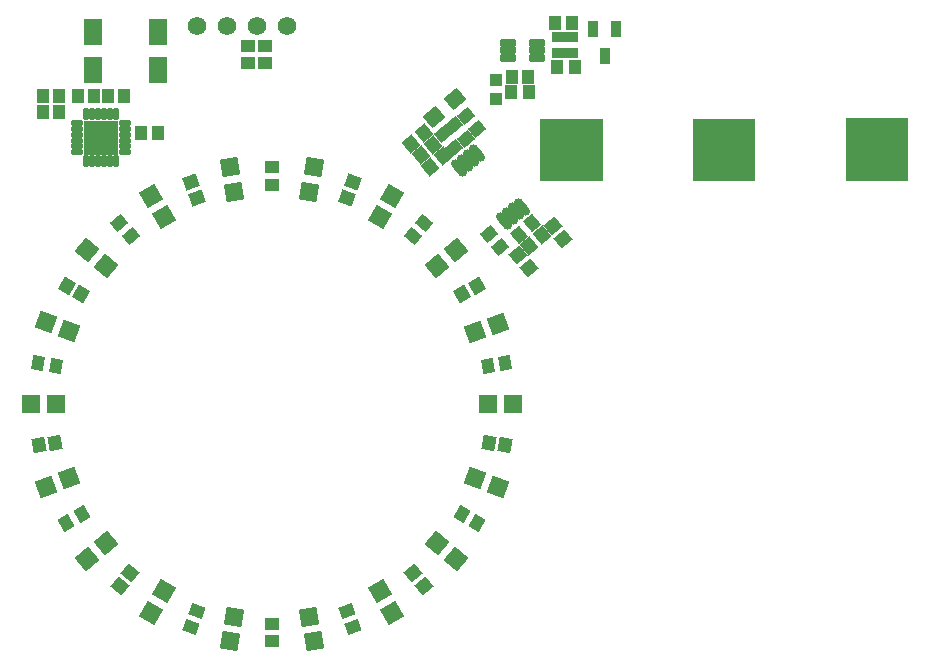
<source format=gts>
G04 Layer_Color=8388736*
%FSLAX25Y25*%
%MOIN*%
G70*
G01*
G75*
%ADD70O,0.04362X0.02197*%
%ADD71O,0.02197X0.04362*%
%ADD72R,0.11449X0.11449*%
G04:AMPARAMS|DCode=73|XSize=47.56mil|YSize=39.69mil|CornerRadius=0mil|HoleSize=0mil|Usage=FLASHONLY|Rotation=140.000|XOffset=0mil|YOffset=0mil|HoleType=Round|Shape=Rectangle|*
%AMROTATEDRECTD73*
4,1,4,0.03097,-0.00009,0.00546,-0.03049,-0.03097,0.00009,-0.00546,0.03049,0.03097,-0.00009,0.0*
%
%ADD73ROTATEDRECTD73*%

G04:AMPARAMS|DCode=74|XSize=47.56mil|YSize=39.69mil|CornerRadius=0mil|HoleSize=0mil|Usage=FLASHONLY|Rotation=300.000|XOffset=0mil|YOffset=0mil|HoleType=Round|Shape=Rectangle|*
%AMROTATEDRECTD74*
4,1,4,-0.02907,0.01067,0.00529,0.03052,0.02907,-0.01067,-0.00529,-0.03052,-0.02907,0.01067,0.0*
%
%ADD74ROTATEDRECTD74*%

G04:AMPARAMS|DCode=75|XSize=47.56mil|YSize=39.69mil|CornerRadius=0mil|HoleSize=0mil|Usage=FLASHONLY|Rotation=340.000|XOffset=0mil|YOffset=0mil|HoleType=Round|Shape=Rectangle|*
%AMROTATEDRECTD75*
4,1,4,-0.02913,-0.01051,-0.01556,0.02678,0.02913,0.01051,0.01556,-0.02678,-0.02913,-0.01051,0.0*
%
%ADD75ROTATEDRECTD75*%

G04:AMPARAMS|DCode=76|XSize=47.56mil|YSize=39.69mil|CornerRadius=0mil|HoleSize=0mil|Usage=FLASHONLY|Rotation=20.000|XOffset=0mil|YOffset=0mil|HoleType=Round|Shape=Rectangle|*
%AMROTATEDRECTD76*
4,1,4,-0.01556,-0.02678,-0.02913,0.01051,0.01556,0.02678,0.02913,-0.01051,-0.01556,-0.02678,0.0*
%
%ADD76ROTATEDRECTD76*%

G04:AMPARAMS|DCode=77|XSize=47.56mil|YSize=39.69mil|CornerRadius=0mil|HoleSize=0mil|Usage=FLASHONLY|Rotation=60.000|XOffset=0mil|YOffset=0mil|HoleType=Round|Shape=Rectangle|*
%AMROTATEDRECTD77*
4,1,4,0.00529,-0.03052,-0.02907,-0.01067,-0.00529,0.03052,0.02907,0.01067,0.00529,-0.03052,0.0*
%
%ADD77ROTATEDRECTD77*%

G04:AMPARAMS|DCode=78|XSize=47.56mil|YSize=39.69mil|CornerRadius=0mil|HoleSize=0mil|Usage=FLASHONLY|Rotation=100.000|XOffset=0mil|YOffset=0mil|HoleType=Round|Shape=Rectangle|*
%AMROTATEDRECTD78*
4,1,4,0.02367,-0.01997,-0.01541,-0.02686,-0.02367,0.01997,0.01541,0.02686,0.02367,-0.01997,0.0*
%
%ADD78ROTATEDRECTD78*%

%ADD79P,0.08396X4X75.0*%
%ADD80P,0.08396X4X95.0*%
G04:AMPARAMS|DCode=81|XSize=47.56mil|YSize=43.62mil|CornerRadius=0mil|HoleSize=0mil|Usage=FLASHONLY|Rotation=300.000|XOffset=0mil|YOffset=0mil|HoleType=Round|Shape=Rectangle|*
%AMROTATEDRECTD81*
4,1,4,-0.03078,0.00969,0.00700,0.03150,0.03078,-0.00969,-0.00700,-0.03150,-0.03078,0.00969,0.0*
%
%ADD81ROTATEDRECTD81*%

G04:AMPARAMS|DCode=82|XSize=47.56mil|YSize=43.62mil|CornerRadius=0mil|HoleSize=0mil|Usage=FLASHONLY|Rotation=340.000|XOffset=0mil|YOffset=0mil|HoleType=Round|Shape=Rectangle|*
%AMROTATEDRECTD82*
4,1,4,-0.02981,-0.01236,-0.01489,0.02863,0.02981,0.01236,0.01489,-0.02863,-0.02981,-0.01236,0.0*
%
%ADD82ROTATEDRECTD82*%

G04:AMPARAMS|DCode=83|XSize=47.56mil|YSize=43.62mil|CornerRadius=0mil|HoleSize=0mil|Usage=FLASHONLY|Rotation=20.000|XOffset=0mil|YOffset=0mil|HoleType=Round|Shape=Rectangle|*
%AMROTATEDRECTD83*
4,1,4,-0.01489,-0.02863,-0.02981,0.01236,0.01489,0.02863,0.02981,-0.01236,-0.01489,-0.02863,0.0*
%
%ADD83ROTATEDRECTD83*%

G04:AMPARAMS|DCode=84|XSize=47.56mil|YSize=43.62mil|CornerRadius=0mil|HoleSize=0mil|Usage=FLASHONLY|Rotation=60.000|XOffset=0mil|YOffset=0mil|HoleType=Round|Shape=Rectangle|*
%AMROTATEDRECTD84*
4,1,4,0.00700,-0.03150,-0.03078,-0.00969,-0.00700,0.03150,0.03078,0.00969,0.00700,-0.03150,0.0*
%
%ADD84ROTATEDRECTD84*%

G04:AMPARAMS|DCode=85|XSize=47.56mil|YSize=43.62mil|CornerRadius=0mil|HoleSize=0mil|Usage=FLASHONLY|Rotation=100.000|XOffset=0mil|YOffset=0mil|HoleType=Round|Shape=Rectangle|*
%AMROTATEDRECTD85*
4,1,4,0.02561,-0.01963,-0.01735,-0.02721,-0.02561,0.01963,0.01735,0.02721,0.02561,-0.01963,0.0*
%
%ADD85ROTATEDRECTD85*%

G04:AMPARAMS|DCode=86|XSize=47.56mil|YSize=43.62mil|CornerRadius=0mil|HoleSize=0mil|Usage=FLASHONLY|Rotation=140.000|XOffset=0mil|YOffset=0mil|HoleType=Round|Shape=Rectangle|*
%AMROTATEDRECTD86*
4,1,4,0.03224,0.00142,0.00420,-0.03199,-0.03224,-0.00142,-0.00420,0.03199,0.03224,0.00142,0.0*
%
%ADD86ROTATEDRECTD86*%

%ADD87R,0.04756X0.04362*%
G04:AMPARAMS|DCode=88|XSize=47.56mil|YSize=43.62mil|CornerRadius=0mil|HoleSize=0mil|Usage=FLASHONLY|Rotation=220.000|XOffset=0mil|YOffset=0mil|HoleType=Round|Shape=Rectangle|*
%AMROTATEDRECTD88*
4,1,4,0.00420,0.03199,0.03224,-0.00142,-0.00420,-0.03199,-0.03224,0.00142,0.00420,0.03199,0.0*
%
%ADD88ROTATEDRECTD88*%

G04:AMPARAMS|DCode=89|XSize=47.56mil|YSize=43.62mil|CornerRadius=0mil|HoleSize=0mil|Usage=FLASHONLY|Rotation=260.000|XOffset=0mil|YOffset=0mil|HoleType=Round|Shape=Rectangle|*
%AMROTATEDRECTD89*
4,1,4,-0.01735,0.02721,0.02561,0.01963,0.01735,-0.02721,-0.02561,-0.01963,-0.01735,0.02721,0.0*
%
%ADD89ROTATEDRECTD89*%

%ADD90R,0.04756X0.03969*%
G04:AMPARAMS|DCode=91|XSize=47.56mil|YSize=39.69mil|CornerRadius=0mil|HoleSize=0mil|Usage=FLASHONLY|Rotation=220.000|XOffset=0mil|YOffset=0mil|HoleType=Round|Shape=Rectangle|*
%AMROTATEDRECTD91*
4,1,4,0.00546,0.03049,0.03097,0.00009,-0.00546,-0.03049,-0.03097,-0.00009,0.00546,0.03049,0.0*
%
%ADD91ROTATEDRECTD91*%

G04:AMPARAMS|DCode=92|XSize=47.56mil|YSize=39.69mil|CornerRadius=0mil|HoleSize=0mil|Usage=FLASHONLY|Rotation=260.000|XOffset=0mil|YOffset=0mil|HoleType=Round|Shape=Rectangle|*
%AMROTATEDRECTD92*
4,1,4,-0.01541,0.02686,0.02367,0.01997,0.01541,-0.02686,-0.02367,-0.01997,-0.01541,0.02686,0.0*
%
%ADD92ROTATEDRECTD92*%

%ADD93P,0.08396X4X155.0*%
%ADD94P,0.08396X4X195.0*%
%ADD95P,0.08396X4X235.0*%
%ADD96P,0.08396X4X175.0*%
%ADD97P,0.08396X4X215.0*%
%ADD98R,0.05937X0.05937*%
%ADD99P,0.08396X4X295.0*%
G04:AMPARAMS|DCode=100|XSize=29.84mil|YSize=53.47mil|CornerRadius=8.01mil|HoleSize=0mil|Usage=FLASHONLY|Rotation=90.000|XOffset=0mil|YOffset=0mil|HoleType=Round|Shape=RoundedRectangle|*
%AMROUNDEDRECTD100*
21,1,0.02984,0.03744,0,0,90.0*
21,1,0.01382,0.05347,0,0,90.0*
1,1,0.01602,0.01872,0.00691*
1,1,0.01602,0.01872,-0.00691*
1,1,0.01602,-0.01872,-0.00691*
1,1,0.01602,-0.01872,0.00691*
%
%ADD100ROUNDEDRECTD100*%
%ADD101R,0.04362X0.04756*%
%ADD102R,0.09087X0.03772*%
%ADD103R,0.03575X0.05740*%
%ADD104R,0.03969X0.04756*%
%ADD105R,0.04362X0.04362*%
%ADD106R,0.06331X0.08693*%
G04:AMPARAMS|DCode=107|XSize=51.5mil|YSize=57.4mil|CornerRadius=0mil|HoleSize=0mil|Usage=FLASHONLY|Rotation=310.000|XOffset=0mil|YOffset=0mil|HoleType=Round|Shape=Rectangle|*
%AMROTATEDRECTD107*
4,1,4,-0.03854,0.00128,0.00544,0.03817,0.03854,-0.00128,-0.00544,-0.03817,-0.03854,0.00128,0.0*
%
%ADD107ROTATEDRECTD107*%

G04:AMPARAMS|DCode=108|XSize=47.56mil|YSize=43.62mil|CornerRadius=0mil|HoleSize=0mil|Usage=FLASHONLY|Rotation=130.000|XOffset=0mil|YOffset=0mil|HoleType=Round|Shape=Rectangle|*
%AMROTATEDRECTD108*
4,1,4,0.03199,-0.00420,-0.00142,-0.03224,-0.03199,0.00420,0.00142,0.03224,0.03199,-0.00420,0.0*
%
%ADD108ROTATEDRECTD108*%

G04:AMPARAMS|DCode=109|XSize=47.56mil|YSize=39.69mil|CornerRadius=0mil|HoleSize=0mil|Usage=FLASHONLY|Rotation=130.000|XOffset=0mil|YOffset=0mil|HoleType=Round|Shape=Rectangle|*
%AMROTATEDRECTD109*
4,1,4,0.03049,-0.00546,0.00009,-0.03097,-0.03049,0.00546,-0.00009,0.03097,0.03049,-0.00546,0.0*
%
%ADD109ROTATEDRECTD109*%

G04:AMPARAMS|DCode=110|XSize=29.84mil|YSize=67.24mil|CornerRadius=0mil|HoleSize=0mil|Usage=FLASHONLY|Rotation=220.000|XOffset=0mil|YOffset=0mil|HoleType=Round|Shape=Round|*
%AMOVALD110*
21,1,0.03740,0.02984,0.00000,0.00000,310.0*
1,1,0.02984,-0.01202,0.01433*
1,1,0.02984,0.01202,-0.01433*
%
%ADD110OVALD110*%

%ADD111C,0.06213*%
G36*
X286384Y199500D02*
X265584D01*
X265584Y220300D01*
X286384D01*
X286384Y199500D01*
D02*
G37*
G36*
X235484Y199600D02*
X214684D01*
X214684Y220400D01*
X235484D01*
X235484Y199600D01*
D02*
G37*
G36*
X337284Y199700D02*
X316484D01*
X316484Y220500D01*
X337284D01*
X337284Y199700D01*
D02*
G37*
D70*
X60350Y219043D02*
D03*
Y217075D02*
D03*
Y215106D02*
D03*
Y213138D02*
D03*
Y211169D02*
D03*
Y209201D02*
D03*
X76098D02*
D03*
Y211169D02*
D03*
Y213138D02*
D03*
Y215106D02*
D03*
Y217075D02*
D03*
Y219043D02*
D03*
D71*
X63303Y206248D02*
D03*
X65272D02*
D03*
X67240D02*
D03*
X69209D02*
D03*
X71177D02*
D03*
X73146D02*
D03*
Y221996D02*
D03*
X71177D02*
D03*
X69209D02*
D03*
X67240D02*
D03*
X65272D02*
D03*
X63303D02*
D03*
D72*
X68224Y214122D02*
D03*
D73*
X172218Y181243D02*
D03*
X176014Y185767D02*
D03*
D74*
X61837Y88622D02*
D03*
X56722Y85669D02*
D03*
D75*
X100172Y56455D02*
D03*
X98152Y50906D02*
D03*
D76*
X150214Y56455D02*
D03*
X152234Y50906D02*
D03*
D77*
X188549Y88622D02*
D03*
X193664Y85669D02*
D03*
D78*
X197239Y137905D02*
D03*
X203055Y138930D02*
D03*
D79*
X161181Y62867D02*
D03*
X165315Y55707D02*
D03*
X89205Y187534D02*
D03*
X85071Y194694D02*
D03*
D80*
X180330Y78935D02*
D03*
X186663Y73621D02*
D03*
X70056Y171466D02*
D03*
X63722Y176781D02*
D03*
D81*
X193493Y164634D02*
D03*
X188720Y161878D02*
D03*
D82*
X152167Y199311D02*
D03*
X150282Y194131D02*
D03*
D83*
X98219Y199311D02*
D03*
X100104Y194131D02*
D03*
D84*
X56893Y164634D02*
D03*
X61666Y161878D02*
D03*
D85*
X47525Y111506D02*
D03*
X52953Y112463D02*
D03*
D86*
X74499Y64786D02*
D03*
X78042Y69008D02*
D03*
D87*
X125193Y46335D02*
D03*
Y51846D02*
D03*
X117300Y239044D02*
D03*
Y244556D02*
D03*
D88*
X175887Y64786D02*
D03*
X172344Y69008D02*
D03*
X222335Y180363D02*
D03*
X218792Y184585D02*
D03*
X210845Y170721D02*
D03*
X207302Y174943D02*
D03*
D89*
X202861Y111506D02*
D03*
X197433Y112463D02*
D03*
D90*
X125193Y198358D02*
D03*
Y204264D02*
D03*
X122900Y244753D02*
D03*
Y238847D02*
D03*
D91*
X78168Y181243D02*
D03*
X74372Y185767D02*
D03*
X186085Y210651D02*
D03*
X182289Y215175D02*
D03*
X193593Y216951D02*
D03*
X189797Y221475D02*
D03*
X189839Y213801D02*
D03*
X186043Y218325D02*
D03*
X201358Y177516D02*
D03*
X197562Y182040D02*
D03*
D92*
X53147Y137904D02*
D03*
X47331Y138930D02*
D03*
D93*
X192829Y149310D02*
D03*
X200598Y152138D02*
D03*
X57557Y100583D02*
D03*
X49788Y97756D02*
D03*
D94*
X161181Y187534D02*
D03*
X165315Y194694D02*
D03*
X89205Y62867D02*
D03*
X85071Y55707D02*
D03*
D95*
X112694Y196084D02*
D03*
X111259Y204226D02*
D03*
X137691Y54318D02*
D03*
X139127Y46176D02*
D03*
D96*
X180330Y171466D02*
D03*
X186663Y176781D02*
D03*
X70056Y78935D02*
D03*
X63722Y73621D02*
D03*
D97*
X137692Y196084D02*
D03*
X139127Y204226D02*
D03*
X112694Y54318D02*
D03*
X111259Y46176D02*
D03*
D98*
X53216Y125201D02*
D03*
X44949D02*
D03*
X197169D02*
D03*
X205437D02*
D03*
D99*
X57557Y149818D02*
D03*
X49788Y152646D02*
D03*
X192829Y100583D02*
D03*
X200598Y97756D02*
D03*
D100*
X203800Y245818D02*
D03*
Y243259D02*
D03*
Y240700D02*
D03*
X213446D02*
D03*
Y243259D02*
D03*
Y245818D02*
D03*
D101*
X219744Y252200D02*
D03*
X225256D02*
D03*
X205167Y234359D02*
D03*
X210679D02*
D03*
X48844Y222800D02*
D03*
X54356D02*
D03*
X48844Y227900D02*
D03*
X54356D02*
D03*
X87156Y215800D02*
D03*
X81644D02*
D03*
X60444Y228100D02*
D03*
X65956D02*
D03*
X75956Y228100D02*
D03*
X70444D02*
D03*
D102*
X222923Y247716D02*
D03*
Y242402D02*
D03*
D103*
X236100Y241471D02*
D03*
X232360Y250329D02*
D03*
X239840D02*
D03*
D104*
X220347Y237600D02*
D03*
X226253D02*
D03*
X204970Y229459D02*
D03*
X210876D02*
D03*
D105*
X200023Y233209D02*
D03*
Y226909D02*
D03*
D106*
X65673Y249399D02*
D03*
X87327D02*
D03*
Y236801D02*
D03*
X65673D02*
D03*
D107*
X179256Y221127D02*
D03*
X186344Y227074D02*
D03*
D108*
X178079Y204394D02*
D03*
X182301Y207937D02*
D03*
X174865Y208224D02*
D03*
X179087Y211767D02*
D03*
X171651Y212054D02*
D03*
X175873Y215597D02*
D03*
X210908Y178027D02*
D03*
X215130Y181570D02*
D03*
D109*
X207478Y181807D02*
D03*
X212002Y185603D02*
D03*
D110*
X202631Y186206D02*
D03*
X204591Y187851D02*
D03*
X206552Y189496D02*
D03*
X208512Y191141D02*
D03*
X187700Y204000D02*
D03*
X189660Y205645D02*
D03*
X191621Y207290D02*
D03*
X193581Y208935D02*
D03*
D111*
X110400Y251400D02*
D03*
X100400D02*
D03*
X130400D02*
D03*
X120400D02*
D03*
M02*

</source>
